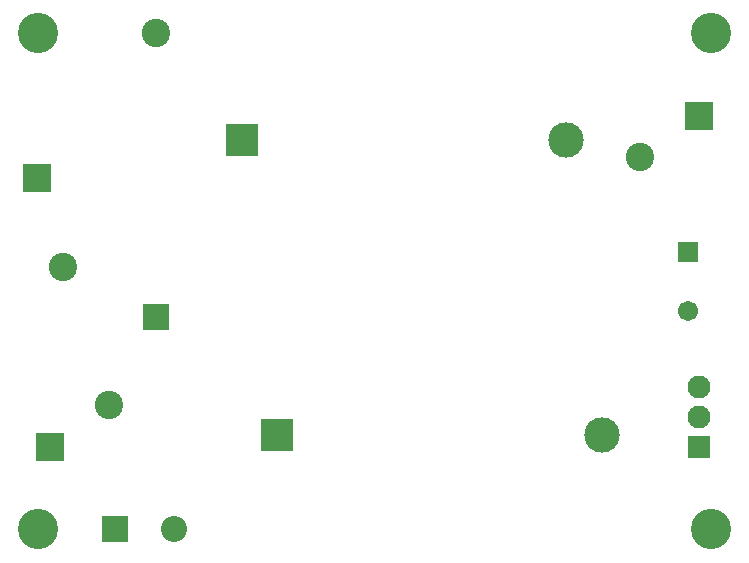
<source format=gts>
G75*
G70*
%OFA0B0*%
%FSLAX24Y24*%
%IPPOS*%
%LPD*%
%AMOC8*
5,1,8,0,0,1.08239X$1,22.5*
%
%ADD10R,0.1064X0.1064*%
%ADD11C,0.1182*%
%ADD12C,0.0674*%
%ADD13R,0.0674X0.0674*%
%ADD14R,0.0769X0.0769*%
%ADD15C,0.0769*%
%ADD16R,0.0867X0.0867*%
%ADD17C,0.0946*%
%ADD18R,0.0946X0.0946*%
%ADD19C,0.1340*%
%ADD20C,0.0867*%
D10*
X032094Y027272D03*
X030913Y037114D03*
D11*
X041740Y037114D03*
X042921Y027272D03*
D12*
X045776Y031406D03*
D13*
X045776Y033374D03*
D14*
X046169Y026878D03*
D15*
X046169Y027878D03*
X046169Y028878D03*
D16*
X028059Y031209D03*
X026681Y024122D03*
D17*
X026484Y028256D03*
X024949Y032882D03*
X028059Y040657D03*
X044201Y036524D03*
D18*
X046169Y037902D03*
X024516Y026878D03*
X024083Y035835D03*
D19*
X024122Y024122D03*
X024122Y040657D03*
X046563Y040657D03*
X046563Y024122D03*
D20*
X028650Y024122D03*
M02*

</source>
